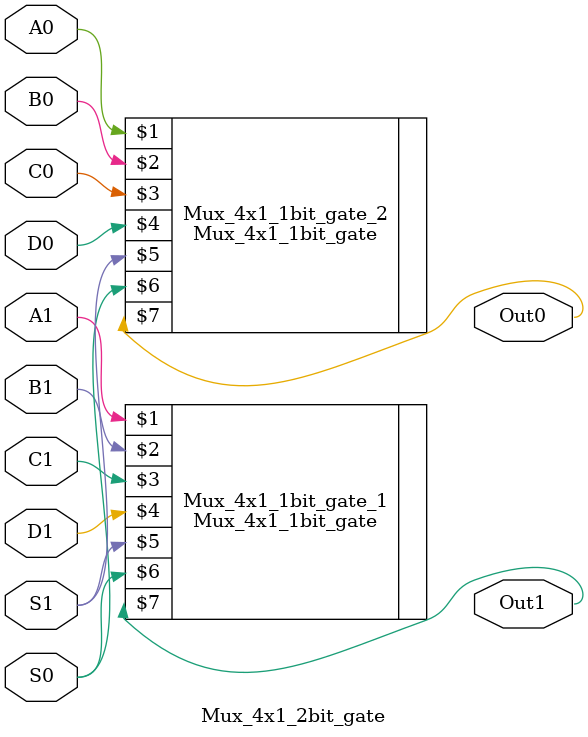
<source format=v>
`timescale 1 ns/1 ns

module  Mux_4x1_2bit_gate(A1, A0,
	       B1, B0,
	       C1, C0,
	       D1, D0,
 	       S1, S0,
	       Out1, Out0);

	input A1, A0;
	input B1, B0;
	input C1, C0;
	input D1, D0;
	input S1, S0;
	output Out1, Out0;

       	Mux_4x1_1bit_gate Mux_4x1_1bit_gate_1(A1, B1, C1, D1, S1, S0, Out1);
	Mux_4x1_1bit_gate Mux_4x1_1bit_gate_2(A0, B0, C0, D0, S1, S0, Out0);

endmodule

</source>
